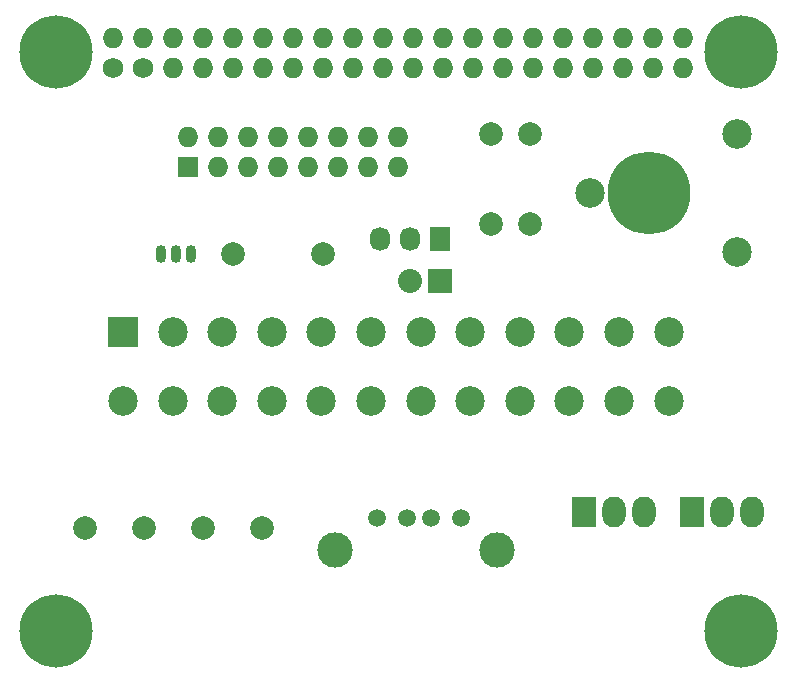
<source format=gbr>
G04 #@! TF.FileFunction,Soldermask,Top*
%FSLAX46Y46*%
G04 Gerber Fmt 4.6, Leading zero omitted, Abs format (unit mm)*
G04 Created by KiCad (PCBNEW 4.0.5) date 2017 April 15, Saturday 18:49:04*
%MOMM*%
%LPD*%
G01*
G04 APERTURE LIST*
%ADD10C,0.100000*%
%ADD11C,6.200000*%
%ADD12R,1.727200X2.032000*%
%ADD13O,1.727200X2.032000*%
%ADD14C,1.727200*%
%ADD15O,1.727200X1.727200*%
%ADD16R,1.727200X1.727200*%
%ADD17O,0.899160X1.501140*%
%ADD18C,1.998980*%
%ADD19C,2.499360*%
%ADD20C,7.000240*%
%ADD21R,2.032000X2.032000*%
%ADD22O,2.032000X2.032000*%
%ADD23C,2.000000*%
%ADD24C,2.500000*%
%ADD25R,2.500000X2.500000*%
%ADD26R,2.000000X2.600000*%
%ADD27O,2.000000X2.600000*%
%ADD28C,1.501140*%
%ADD29C,2.999740*%
G04 APERTURE END LIST*
D10*
D11*
X132532000Y-47688000D03*
X190532000Y-47688000D03*
X190532000Y-96688000D03*
X132532000Y-96688000D03*
D12*
X165100000Y-63500000D03*
D13*
X162560000Y-63500000D03*
X160020000Y-63500000D03*
D14*
X137414000Y-49022000D03*
D15*
X137414000Y-46482000D03*
D14*
X139954000Y-49022000D03*
D15*
X139954000Y-46482000D03*
X142494000Y-49022000D03*
X142494000Y-46482000D03*
X145034000Y-49022000D03*
X145034000Y-46482000D03*
X147574000Y-49022000D03*
X147574000Y-46482000D03*
X150114000Y-49022000D03*
X150114000Y-46482000D03*
X152654000Y-49022000D03*
X152654000Y-46482000D03*
X155194000Y-49022000D03*
X155194000Y-46482000D03*
X157734000Y-49022000D03*
X157734000Y-46482000D03*
X160274000Y-49022000D03*
X160274000Y-46482000D03*
X162814000Y-49022000D03*
X162814000Y-46482000D03*
X165354000Y-49022000D03*
X165354000Y-46482000D03*
X167894000Y-49022000D03*
X167894000Y-46482000D03*
X170434000Y-49022000D03*
X170434000Y-46482000D03*
X172974000Y-49022000D03*
X172974000Y-46482000D03*
X175514000Y-49022000D03*
X175514000Y-46482000D03*
X178054000Y-49022000D03*
X178054000Y-46482000D03*
X180594000Y-49022000D03*
X180594000Y-46482000D03*
X183134000Y-49022000D03*
X183134000Y-46482000D03*
X185674000Y-49022000D03*
X185674000Y-46482000D03*
D16*
X143764000Y-57404000D03*
D15*
X143764000Y-54864000D03*
X146304000Y-57404000D03*
X146304000Y-54864000D03*
X148844000Y-57404000D03*
X148844000Y-54864000D03*
X151384000Y-57404000D03*
X151384000Y-54864000D03*
X153924000Y-57404000D03*
X153924000Y-54864000D03*
X156464000Y-57404000D03*
X156464000Y-54864000D03*
X159004000Y-57404000D03*
X159004000Y-54864000D03*
X161544000Y-57404000D03*
X161544000Y-54864000D03*
D17*
X142748000Y-64770000D03*
X141478000Y-64770000D03*
X144018000Y-64770000D03*
D18*
X169418000Y-54610000D03*
X169418000Y-62230000D03*
X147574000Y-64770000D03*
X155194000Y-64770000D03*
X172720000Y-54610000D03*
X172720000Y-62230000D03*
D19*
X177744120Y-59611260D03*
X190246000Y-54610000D03*
X190246000Y-64612520D03*
D20*
X182745380Y-59611260D03*
D21*
X165100000Y-67056000D03*
D22*
X162560000Y-67056000D03*
D23*
X140000000Y-88000000D03*
X135000000Y-88000000D03*
X150000000Y-88000000D03*
X145000000Y-88000000D03*
D24*
X138244000Y-77186000D03*
X142444000Y-77186000D03*
X146644000Y-77186000D03*
X150844000Y-77186000D03*
X155044000Y-77186000D03*
X159244000Y-77186000D03*
X163444000Y-77186000D03*
X167644000Y-77186000D03*
X171844000Y-77186000D03*
X176044000Y-77186000D03*
X180244000Y-77186000D03*
X184444000Y-77186000D03*
D25*
X138244000Y-71386000D03*
D24*
X142444000Y-71386000D03*
X146644000Y-71386000D03*
X150844000Y-71386000D03*
X155044000Y-71386000D03*
X159244000Y-71386000D03*
X163444000Y-71386000D03*
X167644000Y-71386000D03*
X171844000Y-71386000D03*
X176044000Y-71386000D03*
X180244000Y-71386000D03*
X184444000Y-71386000D03*
D26*
X177292000Y-86614000D03*
D27*
X179832000Y-86614000D03*
X182372000Y-86614000D03*
D26*
X186436000Y-86614000D03*
D27*
X188976000Y-86614000D03*
X191516000Y-86614000D03*
D28*
X166878860Y-87119880D03*
X164338860Y-87119880D03*
X162306860Y-87119880D03*
X159766860Y-87119880D03*
D29*
X169926860Y-89786880D03*
X156210860Y-89786880D03*
M02*

</source>
